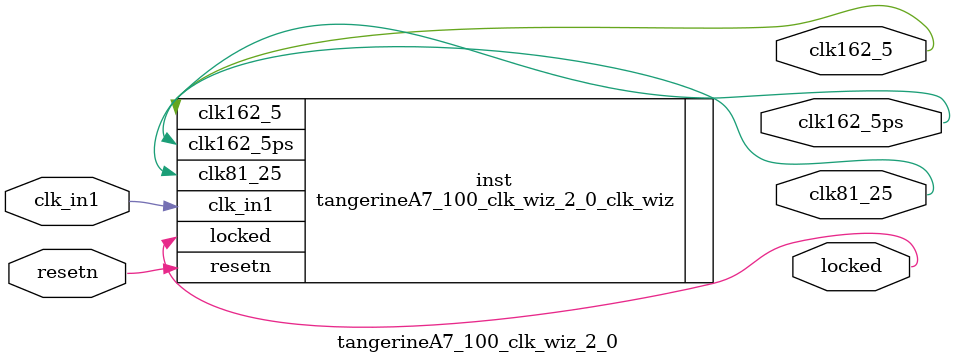
<source format=v>


`timescale 1ps/1ps

(* CORE_GENERATION_INFO = "tangerineA7_100_clk_wiz_2_0,clk_wiz_v6_0_12_0_0,{component_name=tangerineA7_100_clk_wiz_2_0,use_phase_alignment=true,use_min_o_jitter=false,use_max_i_jitter=false,use_dyn_phase_shift=false,use_inclk_switchover=false,use_dyn_reconfig=false,enable_axi=0,feedback_source=FDBK_AUTO,PRIMITIVE=MMCM,num_out_clk=3,clkin1_period=12.308,clkin2_period=10.000,use_power_down=false,use_reset=true,use_locked=true,use_inclk_stopped=false,feedback_type=SINGLE,CLOCK_MGR_TYPE=NA,manual_override=false}" *)

module tangerineA7_100_clk_wiz_2_0 
 (
  // Clock out ports
  output        clk162_5,
  output        clk81_25,
  output        clk162_5ps,
  // Status and control signals
  input         resetn,
  output        locked,
 // Clock in ports
  input         clk_in1
 );

  tangerineA7_100_clk_wiz_2_0_clk_wiz inst
  (
  // Clock out ports  
  .clk162_5(clk162_5),
  .clk81_25(clk81_25),
  .clk162_5ps(clk162_5ps),
  // Status and control signals               
  .resetn(resetn), 
  .locked(locked),
 // Clock in ports
  .clk_in1(clk_in1)
  );

endmodule

</source>
